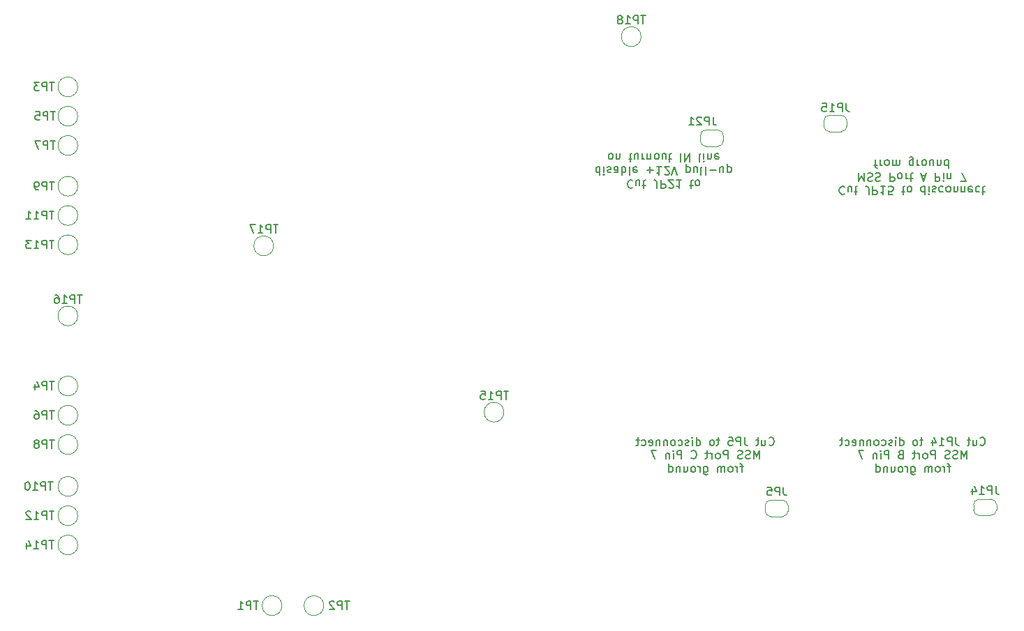
<source format=gbo>
G04 #@! TF.GenerationSoftware,KiCad,Pcbnew,6.0.10-86aedd382b~118~ubuntu18.04.1*
G04 #@! TF.CreationDate,2024-09-27T11:47:30-06:00*
G04 #@! TF.ProjectId,mss-siding,6d73732d-7369-4646-996e-672e6b696361,rev?*
G04 #@! TF.SameCoordinates,Original*
G04 #@! TF.FileFunction,Legend,Bot*
G04 #@! TF.FilePolarity,Positive*
%FSLAX46Y46*%
G04 Gerber Fmt 4.6, Leading zero omitted, Abs format (unit mm)*
G04 Created by KiCad (PCBNEW 6.0.10-86aedd382b~118~ubuntu18.04.1) date 2024-09-27 11:47:30*
%MOMM*%
%LPD*%
G01*
G04 APERTURE LIST*
%ADD10C,0.150000*%
%ADD11C,0.120000*%
G04 APERTURE END LIST*
D10*
X116021476Y-169308142D02*
X116069095Y-169355761D01*
X116211952Y-169403380D01*
X116307190Y-169403380D01*
X116450047Y-169355761D01*
X116545285Y-169260523D01*
X116592904Y-169165285D01*
X116640523Y-168974809D01*
X116640523Y-168831952D01*
X116592904Y-168641476D01*
X116545285Y-168546238D01*
X116450047Y-168451000D01*
X116307190Y-168403380D01*
X116211952Y-168403380D01*
X116069095Y-168451000D01*
X116021476Y-168498619D01*
X115164333Y-168736714D02*
X115164333Y-169403380D01*
X115592904Y-168736714D02*
X115592904Y-169260523D01*
X115545285Y-169355761D01*
X115450047Y-169403380D01*
X115307190Y-169403380D01*
X115211952Y-169355761D01*
X115164333Y-169308142D01*
X114831000Y-168736714D02*
X114450047Y-168736714D01*
X114688142Y-168403380D02*
X114688142Y-169260523D01*
X114640523Y-169355761D01*
X114545285Y-169403380D01*
X114450047Y-169403380D01*
X113069095Y-168403380D02*
X113069095Y-169117666D01*
X113116714Y-169260523D01*
X113211952Y-169355761D01*
X113354809Y-169403380D01*
X113450047Y-169403380D01*
X112592904Y-169403380D02*
X112592904Y-168403380D01*
X112211952Y-168403380D01*
X112116714Y-168451000D01*
X112069095Y-168498619D01*
X112021476Y-168593857D01*
X112021476Y-168736714D01*
X112069095Y-168831952D01*
X112116714Y-168879571D01*
X112211952Y-168927190D01*
X112592904Y-168927190D01*
X111116714Y-168403380D02*
X111592904Y-168403380D01*
X111640523Y-168879571D01*
X111592904Y-168831952D01*
X111497666Y-168784333D01*
X111259571Y-168784333D01*
X111164333Y-168831952D01*
X111116714Y-168879571D01*
X111069095Y-168974809D01*
X111069095Y-169212904D01*
X111116714Y-169308142D01*
X111164333Y-169355761D01*
X111259571Y-169403380D01*
X111497666Y-169403380D01*
X111592904Y-169355761D01*
X111640523Y-169308142D01*
X110021476Y-168736714D02*
X109640523Y-168736714D01*
X109878619Y-168403380D02*
X109878619Y-169260523D01*
X109831000Y-169355761D01*
X109735761Y-169403380D01*
X109640523Y-169403380D01*
X109164333Y-169403380D02*
X109259571Y-169355761D01*
X109307190Y-169308142D01*
X109354809Y-169212904D01*
X109354809Y-168927190D01*
X109307190Y-168831952D01*
X109259571Y-168784333D01*
X109164333Y-168736714D01*
X109021476Y-168736714D01*
X108926238Y-168784333D01*
X108878619Y-168831952D01*
X108831000Y-168927190D01*
X108831000Y-169212904D01*
X108878619Y-169308142D01*
X108926238Y-169355761D01*
X109021476Y-169403380D01*
X109164333Y-169403380D01*
X107211952Y-169403380D02*
X107211952Y-168403380D01*
X107211952Y-169355761D02*
X107307190Y-169403380D01*
X107497666Y-169403380D01*
X107592904Y-169355761D01*
X107640523Y-169308142D01*
X107688142Y-169212904D01*
X107688142Y-168927190D01*
X107640523Y-168831952D01*
X107592904Y-168784333D01*
X107497666Y-168736714D01*
X107307190Y-168736714D01*
X107211952Y-168784333D01*
X106735761Y-169403380D02*
X106735761Y-168736714D01*
X106735761Y-168403380D02*
X106783380Y-168451000D01*
X106735761Y-168498619D01*
X106688142Y-168451000D01*
X106735761Y-168403380D01*
X106735761Y-168498619D01*
X106307190Y-169355761D02*
X106211952Y-169403380D01*
X106021476Y-169403380D01*
X105926238Y-169355761D01*
X105878619Y-169260523D01*
X105878619Y-169212904D01*
X105926238Y-169117666D01*
X106021476Y-169070047D01*
X106164333Y-169070047D01*
X106259571Y-169022428D01*
X106307190Y-168927190D01*
X106307190Y-168879571D01*
X106259571Y-168784333D01*
X106164333Y-168736714D01*
X106021476Y-168736714D01*
X105926238Y-168784333D01*
X105021476Y-169355761D02*
X105116714Y-169403380D01*
X105307190Y-169403380D01*
X105402428Y-169355761D01*
X105450047Y-169308142D01*
X105497666Y-169212904D01*
X105497666Y-168927190D01*
X105450047Y-168831952D01*
X105402428Y-168784333D01*
X105307190Y-168736714D01*
X105116714Y-168736714D01*
X105021476Y-168784333D01*
X104450047Y-169403380D02*
X104545285Y-169355761D01*
X104592904Y-169308142D01*
X104640523Y-169212904D01*
X104640523Y-168927190D01*
X104592904Y-168831952D01*
X104545285Y-168784333D01*
X104450047Y-168736714D01*
X104307190Y-168736714D01*
X104211952Y-168784333D01*
X104164333Y-168831952D01*
X104116714Y-168927190D01*
X104116714Y-169212904D01*
X104164333Y-169308142D01*
X104211952Y-169355761D01*
X104307190Y-169403380D01*
X104450047Y-169403380D01*
X103688142Y-168736714D02*
X103688142Y-169403380D01*
X103688142Y-168831952D02*
X103640523Y-168784333D01*
X103545285Y-168736714D01*
X103402428Y-168736714D01*
X103307190Y-168784333D01*
X103259571Y-168879571D01*
X103259571Y-169403380D01*
X102783380Y-168736714D02*
X102783380Y-169403380D01*
X102783380Y-168831952D02*
X102735761Y-168784333D01*
X102640523Y-168736714D01*
X102497666Y-168736714D01*
X102402428Y-168784333D01*
X102354809Y-168879571D01*
X102354809Y-169403380D01*
X101497666Y-169355761D02*
X101592904Y-169403380D01*
X101783380Y-169403380D01*
X101878619Y-169355761D01*
X101926238Y-169260523D01*
X101926238Y-168879571D01*
X101878619Y-168784333D01*
X101783380Y-168736714D01*
X101592904Y-168736714D01*
X101497666Y-168784333D01*
X101450047Y-168879571D01*
X101450047Y-168974809D01*
X101926238Y-169070047D01*
X100592904Y-169355761D02*
X100688142Y-169403380D01*
X100878619Y-169403380D01*
X100973857Y-169355761D01*
X101021476Y-169308142D01*
X101069095Y-169212904D01*
X101069095Y-168927190D01*
X101021476Y-168831952D01*
X100973857Y-168784333D01*
X100878619Y-168736714D01*
X100688142Y-168736714D01*
X100592904Y-168784333D01*
X100307190Y-168736714D02*
X99926238Y-168736714D01*
X100164333Y-168403380D02*
X100164333Y-169260523D01*
X100116714Y-169355761D01*
X100021476Y-169403380D01*
X99926238Y-169403380D01*
X114854809Y-171013380D02*
X114854809Y-170013380D01*
X114521476Y-170727666D01*
X114188142Y-170013380D01*
X114188142Y-171013380D01*
X113759571Y-170965761D02*
X113616714Y-171013380D01*
X113378619Y-171013380D01*
X113283380Y-170965761D01*
X113235761Y-170918142D01*
X113188142Y-170822904D01*
X113188142Y-170727666D01*
X113235761Y-170632428D01*
X113283380Y-170584809D01*
X113378619Y-170537190D01*
X113569095Y-170489571D01*
X113664333Y-170441952D01*
X113711952Y-170394333D01*
X113759571Y-170299095D01*
X113759571Y-170203857D01*
X113711952Y-170108619D01*
X113664333Y-170061000D01*
X113569095Y-170013380D01*
X113331000Y-170013380D01*
X113188142Y-170061000D01*
X112807190Y-170965761D02*
X112664333Y-171013380D01*
X112426238Y-171013380D01*
X112331000Y-170965761D01*
X112283380Y-170918142D01*
X112235761Y-170822904D01*
X112235761Y-170727666D01*
X112283380Y-170632428D01*
X112331000Y-170584809D01*
X112426238Y-170537190D01*
X112616714Y-170489571D01*
X112711952Y-170441952D01*
X112759571Y-170394333D01*
X112807190Y-170299095D01*
X112807190Y-170203857D01*
X112759571Y-170108619D01*
X112711952Y-170061000D01*
X112616714Y-170013380D01*
X112378619Y-170013380D01*
X112235761Y-170061000D01*
X111045285Y-171013380D02*
X111045285Y-170013380D01*
X110664333Y-170013380D01*
X110569095Y-170061000D01*
X110521476Y-170108619D01*
X110473857Y-170203857D01*
X110473857Y-170346714D01*
X110521476Y-170441952D01*
X110569095Y-170489571D01*
X110664333Y-170537190D01*
X111045285Y-170537190D01*
X109902428Y-171013380D02*
X109997666Y-170965761D01*
X110045285Y-170918142D01*
X110092904Y-170822904D01*
X110092904Y-170537190D01*
X110045285Y-170441952D01*
X109997666Y-170394333D01*
X109902428Y-170346714D01*
X109759571Y-170346714D01*
X109664333Y-170394333D01*
X109616714Y-170441952D01*
X109569095Y-170537190D01*
X109569095Y-170822904D01*
X109616714Y-170918142D01*
X109664333Y-170965761D01*
X109759571Y-171013380D01*
X109902428Y-171013380D01*
X109140523Y-171013380D02*
X109140523Y-170346714D01*
X109140523Y-170537190D02*
X109092904Y-170441952D01*
X109045285Y-170394333D01*
X108950047Y-170346714D01*
X108854809Y-170346714D01*
X108664333Y-170346714D02*
X108283380Y-170346714D01*
X108521476Y-170013380D02*
X108521476Y-170870523D01*
X108473857Y-170965761D01*
X108378619Y-171013380D01*
X108283380Y-171013380D01*
X106616714Y-170918142D02*
X106664333Y-170965761D01*
X106807190Y-171013380D01*
X106902428Y-171013380D01*
X107045285Y-170965761D01*
X107140523Y-170870523D01*
X107188142Y-170775285D01*
X107235761Y-170584809D01*
X107235761Y-170441952D01*
X107188142Y-170251476D01*
X107140523Y-170156238D01*
X107045285Y-170061000D01*
X106902428Y-170013380D01*
X106807190Y-170013380D01*
X106664333Y-170061000D01*
X106616714Y-170108619D01*
X105426238Y-171013380D02*
X105426238Y-170013380D01*
X105045285Y-170013380D01*
X104950047Y-170061000D01*
X104902428Y-170108619D01*
X104854809Y-170203857D01*
X104854809Y-170346714D01*
X104902428Y-170441952D01*
X104950047Y-170489571D01*
X105045285Y-170537190D01*
X105426238Y-170537190D01*
X104426238Y-171013380D02*
X104426238Y-170346714D01*
X104426238Y-170013380D02*
X104473857Y-170061000D01*
X104426238Y-170108619D01*
X104378619Y-170061000D01*
X104426238Y-170013380D01*
X104426238Y-170108619D01*
X103950047Y-170346714D02*
X103950047Y-171013380D01*
X103950047Y-170441952D02*
X103902428Y-170394333D01*
X103807190Y-170346714D01*
X103664333Y-170346714D01*
X103569095Y-170394333D01*
X103521476Y-170489571D01*
X103521476Y-171013380D01*
X102378619Y-170013380D02*
X101711952Y-170013380D01*
X102140523Y-171013380D01*
X112902428Y-171956714D02*
X112521476Y-171956714D01*
X112759571Y-172623380D02*
X112759571Y-171766238D01*
X112711952Y-171671000D01*
X112616714Y-171623380D01*
X112521476Y-171623380D01*
X112188142Y-172623380D02*
X112188142Y-171956714D01*
X112188142Y-172147190D02*
X112140523Y-172051952D01*
X112092904Y-172004333D01*
X111997666Y-171956714D01*
X111902428Y-171956714D01*
X111426238Y-172623380D02*
X111521476Y-172575761D01*
X111569095Y-172528142D01*
X111616714Y-172432904D01*
X111616714Y-172147190D01*
X111569095Y-172051952D01*
X111521476Y-172004333D01*
X111426238Y-171956714D01*
X111283380Y-171956714D01*
X111188142Y-172004333D01*
X111140523Y-172051952D01*
X111092904Y-172147190D01*
X111092904Y-172432904D01*
X111140523Y-172528142D01*
X111188142Y-172575761D01*
X111283380Y-172623380D01*
X111426238Y-172623380D01*
X110664333Y-172623380D02*
X110664333Y-171956714D01*
X110664333Y-172051952D02*
X110616714Y-172004333D01*
X110521476Y-171956714D01*
X110378619Y-171956714D01*
X110283380Y-172004333D01*
X110235761Y-172099571D01*
X110235761Y-172623380D01*
X110235761Y-172099571D02*
X110188142Y-172004333D01*
X110092904Y-171956714D01*
X109950047Y-171956714D01*
X109854809Y-172004333D01*
X109807190Y-172099571D01*
X109807190Y-172623380D01*
X108140523Y-171956714D02*
X108140523Y-172766238D01*
X108188142Y-172861476D01*
X108235761Y-172909095D01*
X108331000Y-172956714D01*
X108473857Y-172956714D01*
X108569095Y-172909095D01*
X108140523Y-172575761D02*
X108235761Y-172623380D01*
X108426238Y-172623380D01*
X108521476Y-172575761D01*
X108569095Y-172528142D01*
X108616714Y-172432904D01*
X108616714Y-172147190D01*
X108569095Y-172051952D01*
X108521476Y-172004333D01*
X108426238Y-171956714D01*
X108235761Y-171956714D01*
X108140523Y-172004333D01*
X107664333Y-172623380D02*
X107664333Y-171956714D01*
X107664333Y-172147190D02*
X107616714Y-172051952D01*
X107569095Y-172004333D01*
X107473857Y-171956714D01*
X107378619Y-171956714D01*
X106902428Y-172623380D02*
X106997666Y-172575761D01*
X107045285Y-172528142D01*
X107092904Y-172432904D01*
X107092904Y-172147190D01*
X107045285Y-172051952D01*
X106997666Y-172004333D01*
X106902428Y-171956714D01*
X106759571Y-171956714D01*
X106664333Y-172004333D01*
X106616714Y-172051952D01*
X106569095Y-172147190D01*
X106569095Y-172432904D01*
X106616714Y-172528142D01*
X106664333Y-172575761D01*
X106759571Y-172623380D01*
X106902428Y-172623380D01*
X105711952Y-171956714D02*
X105711952Y-172623380D01*
X106140523Y-171956714D02*
X106140523Y-172480523D01*
X106092904Y-172575761D01*
X105997666Y-172623380D01*
X105854809Y-172623380D01*
X105759571Y-172575761D01*
X105711952Y-172528142D01*
X105235761Y-171956714D02*
X105235761Y-172623380D01*
X105235761Y-172051952D02*
X105188142Y-172004333D01*
X105092904Y-171956714D01*
X104950047Y-171956714D01*
X104854809Y-172004333D01*
X104807190Y-172099571D01*
X104807190Y-172623380D01*
X103902428Y-172623380D02*
X103902428Y-171623380D01*
X103902428Y-172575761D02*
X103997666Y-172623380D01*
X104188142Y-172623380D01*
X104283380Y-172575761D01*
X104331000Y-172528142D01*
X104378619Y-172432904D01*
X104378619Y-172147190D01*
X104331000Y-172051952D01*
X104283380Y-172004333D01*
X104188142Y-171956714D01*
X103997666Y-171956714D01*
X103902428Y-172004333D01*
X99489095Y-137269857D02*
X99441476Y-137222238D01*
X99298619Y-137174619D01*
X99203380Y-137174619D01*
X99060523Y-137222238D01*
X98965285Y-137317476D01*
X98917666Y-137412714D01*
X98870047Y-137603190D01*
X98870047Y-137746047D01*
X98917666Y-137936523D01*
X98965285Y-138031761D01*
X99060523Y-138127000D01*
X99203380Y-138174619D01*
X99298619Y-138174619D01*
X99441476Y-138127000D01*
X99489095Y-138079380D01*
X100346238Y-137841285D02*
X100346238Y-137174619D01*
X99917666Y-137841285D02*
X99917666Y-137317476D01*
X99965285Y-137222238D01*
X100060523Y-137174619D01*
X100203380Y-137174619D01*
X100298619Y-137222238D01*
X100346238Y-137269857D01*
X100679571Y-137841285D02*
X101060523Y-137841285D01*
X100822428Y-138174619D02*
X100822428Y-137317476D01*
X100870047Y-137222238D01*
X100965285Y-137174619D01*
X101060523Y-137174619D01*
X102441476Y-138174619D02*
X102441476Y-137460333D01*
X102393857Y-137317476D01*
X102298619Y-137222238D01*
X102155761Y-137174619D01*
X102060523Y-137174619D01*
X102917666Y-137174619D02*
X102917666Y-138174619D01*
X103298619Y-138174619D01*
X103393857Y-138127000D01*
X103441476Y-138079380D01*
X103489095Y-137984142D01*
X103489095Y-137841285D01*
X103441476Y-137746047D01*
X103393857Y-137698428D01*
X103298619Y-137650809D01*
X102917666Y-137650809D01*
X103870047Y-138079380D02*
X103917666Y-138127000D01*
X104012904Y-138174619D01*
X104251000Y-138174619D01*
X104346238Y-138127000D01*
X104393857Y-138079380D01*
X104441476Y-137984142D01*
X104441476Y-137888904D01*
X104393857Y-137746047D01*
X103822428Y-137174619D01*
X104441476Y-137174619D01*
X105393857Y-137174619D02*
X104822428Y-137174619D01*
X105108142Y-137174619D02*
X105108142Y-138174619D01*
X105012904Y-138031761D01*
X104917666Y-137936523D01*
X104822428Y-137888904D01*
X106441476Y-137841285D02*
X106822428Y-137841285D01*
X106584333Y-138174619D02*
X106584333Y-137317476D01*
X106631952Y-137222238D01*
X106727190Y-137174619D01*
X106822428Y-137174619D01*
X107298619Y-137174619D02*
X107203380Y-137222238D01*
X107155761Y-137269857D01*
X107108142Y-137365095D01*
X107108142Y-137650809D01*
X107155761Y-137746047D01*
X107203380Y-137793666D01*
X107298619Y-137841285D01*
X107441476Y-137841285D01*
X107536714Y-137793666D01*
X107584333Y-137746047D01*
X107631952Y-137650809D01*
X107631952Y-137365095D01*
X107584333Y-137269857D01*
X107536714Y-137222238D01*
X107441476Y-137174619D01*
X107298619Y-137174619D01*
X95512904Y-135564619D02*
X95512904Y-136564619D01*
X95512904Y-135612238D02*
X95417666Y-135564619D01*
X95227190Y-135564619D01*
X95131952Y-135612238D01*
X95084333Y-135659857D01*
X95036714Y-135755095D01*
X95036714Y-136040809D01*
X95084333Y-136136047D01*
X95131952Y-136183666D01*
X95227190Y-136231285D01*
X95417666Y-136231285D01*
X95512904Y-136183666D01*
X95989095Y-135564619D02*
X95989095Y-136231285D01*
X95989095Y-136564619D02*
X95941476Y-136517000D01*
X95989095Y-136469380D01*
X96036714Y-136517000D01*
X95989095Y-136564619D01*
X95989095Y-136469380D01*
X96417666Y-135612238D02*
X96512904Y-135564619D01*
X96703380Y-135564619D01*
X96798619Y-135612238D01*
X96846238Y-135707476D01*
X96846238Y-135755095D01*
X96798619Y-135850333D01*
X96703380Y-135897952D01*
X96560523Y-135897952D01*
X96465285Y-135945571D01*
X96417666Y-136040809D01*
X96417666Y-136088428D01*
X96465285Y-136183666D01*
X96560523Y-136231285D01*
X96703380Y-136231285D01*
X96798619Y-136183666D01*
X97703380Y-135564619D02*
X97703380Y-136088428D01*
X97655761Y-136183666D01*
X97560523Y-136231285D01*
X97370047Y-136231285D01*
X97274809Y-136183666D01*
X97703380Y-135612238D02*
X97608142Y-135564619D01*
X97370047Y-135564619D01*
X97274809Y-135612238D01*
X97227190Y-135707476D01*
X97227190Y-135802714D01*
X97274809Y-135897952D01*
X97370047Y-135945571D01*
X97608142Y-135945571D01*
X97703380Y-135993190D01*
X98179571Y-135564619D02*
X98179571Y-136564619D01*
X98179571Y-136183666D02*
X98274809Y-136231285D01*
X98465285Y-136231285D01*
X98560523Y-136183666D01*
X98608142Y-136136047D01*
X98655761Y-136040809D01*
X98655761Y-135755095D01*
X98608142Y-135659857D01*
X98560523Y-135612238D01*
X98465285Y-135564619D01*
X98274809Y-135564619D01*
X98179571Y-135612238D01*
X99227190Y-135564619D02*
X99131952Y-135612238D01*
X99084333Y-135707476D01*
X99084333Y-136564619D01*
X99989095Y-135612238D02*
X99893857Y-135564619D01*
X99703380Y-135564619D01*
X99608142Y-135612238D01*
X99560523Y-135707476D01*
X99560523Y-136088428D01*
X99608142Y-136183666D01*
X99703380Y-136231285D01*
X99893857Y-136231285D01*
X99989095Y-136183666D01*
X100036714Y-136088428D01*
X100036714Y-135993190D01*
X99560523Y-135897952D01*
X101227190Y-135945571D02*
X101989095Y-135945571D01*
X101608142Y-135564619D02*
X101608142Y-136326523D01*
X102989095Y-135564619D02*
X102417666Y-135564619D01*
X102703380Y-135564619D02*
X102703380Y-136564619D01*
X102608142Y-136421761D01*
X102512904Y-136326523D01*
X102417666Y-136278904D01*
X103370047Y-136469380D02*
X103417666Y-136517000D01*
X103512904Y-136564619D01*
X103751000Y-136564619D01*
X103846238Y-136517000D01*
X103893857Y-136469380D01*
X103941476Y-136374142D01*
X103941476Y-136278904D01*
X103893857Y-136136047D01*
X103322428Y-135564619D01*
X103941476Y-135564619D01*
X104227190Y-136564619D02*
X104560523Y-135564619D01*
X104893857Y-136564619D01*
X105989095Y-136231285D02*
X105989095Y-135231285D01*
X105989095Y-136183666D02*
X106084333Y-136231285D01*
X106274809Y-136231285D01*
X106370047Y-136183666D01*
X106417666Y-136136047D01*
X106465285Y-136040809D01*
X106465285Y-135755095D01*
X106417666Y-135659857D01*
X106370047Y-135612238D01*
X106274809Y-135564619D01*
X106084333Y-135564619D01*
X105989095Y-135612238D01*
X107322428Y-136231285D02*
X107322428Y-135564619D01*
X106893857Y-136231285D02*
X106893857Y-135707476D01*
X106941476Y-135612238D01*
X107036714Y-135564619D01*
X107179571Y-135564619D01*
X107274809Y-135612238D01*
X107322428Y-135659857D01*
X107941476Y-135564619D02*
X107846238Y-135612238D01*
X107798619Y-135707476D01*
X107798619Y-136564619D01*
X108465285Y-135564619D02*
X108370047Y-135612238D01*
X108322428Y-135707476D01*
X108322428Y-136564619D01*
X108846238Y-135945571D02*
X109608142Y-135945571D01*
X110512904Y-136231285D02*
X110512904Y-135564619D01*
X110084333Y-136231285D02*
X110084333Y-135707476D01*
X110131952Y-135612238D01*
X110227190Y-135564619D01*
X110370047Y-135564619D01*
X110465285Y-135612238D01*
X110512904Y-135659857D01*
X110989095Y-136231285D02*
X110989095Y-135231285D01*
X110989095Y-136183666D02*
X111084333Y-136231285D01*
X111274809Y-136231285D01*
X111370047Y-136183666D01*
X111417666Y-136136047D01*
X111465285Y-136040809D01*
X111465285Y-135755095D01*
X111417666Y-135659857D01*
X111370047Y-135612238D01*
X111274809Y-135564619D01*
X111084333Y-135564619D01*
X110989095Y-135612238D01*
X96751000Y-133954619D02*
X96655761Y-134002238D01*
X96608142Y-134049857D01*
X96560523Y-134145095D01*
X96560523Y-134430809D01*
X96608142Y-134526047D01*
X96655761Y-134573666D01*
X96751000Y-134621285D01*
X96893857Y-134621285D01*
X96989095Y-134573666D01*
X97036714Y-134526047D01*
X97084333Y-134430809D01*
X97084333Y-134145095D01*
X97036714Y-134049857D01*
X96989095Y-134002238D01*
X96893857Y-133954619D01*
X96751000Y-133954619D01*
X97512904Y-134621285D02*
X97512904Y-133954619D01*
X97512904Y-134526047D02*
X97560523Y-134573666D01*
X97655761Y-134621285D01*
X97798619Y-134621285D01*
X97893857Y-134573666D01*
X97941476Y-134478428D01*
X97941476Y-133954619D01*
X99036714Y-134621285D02*
X99417666Y-134621285D01*
X99179571Y-134954619D02*
X99179571Y-134097476D01*
X99227190Y-134002238D01*
X99322428Y-133954619D01*
X99417666Y-133954619D01*
X100179571Y-134621285D02*
X100179571Y-133954619D01*
X99751000Y-134621285D02*
X99751000Y-134097476D01*
X99798619Y-134002238D01*
X99893857Y-133954619D01*
X100036714Y-133954619D01*
X100131952Y-134002238D01*
X100179571Y-134049857D01*
X100655761Y-133954619D02*
X100655761Y-134621285D01*
X100655761Y-134430809D02*
X100703380Y-134526047D01*
X100751000Y-134573666D01*
X100846238Y-134621285D01*
X100941476Y-134621285D01*
X101274809Y-134621285D02*
X101274809Y-133954619D01*
X101274809Y-134526047D02*
X101322428Y-134573666D01*
X101417666Y-134621285D01*
X101560523Y-134621285D01*
X101655761Y-134573666D01*
X101703380Y-134478428D01*
X101703380Y-133954619D01*
X102322428Y-133954619D02*
X102227190Y-134002238D01*
X102179571Y-134049857D01*
X102131952Y-134145095D01*
X102131952Y-134430809D01*
X102179571Y-134526047D01*
X102227190Y-134573666D01*
X102322428Y-134621285D01*
X102465285Y-134621285D01*
X102560523Y-134573666D01*
X102608142Y-134526047D01*
X102655761Y-134430809D01*
X102655761Y-134145095D01*
X102608142Y-134049857D01*
X102560523Y-134002238D01*
X102465285Y-133954619D01*
X102322428Y-133954619D01*
X103512904Y-134621285D02*
X103512904Y-133954619D01*
X103084333Y-134621285D02*
X103084333Y-134097476D01*
X103131952Y-134002238D01*
X103227190Y-133954619D01*
X103370047Y-133954619D01*
X103465285Y-134002238D01*
X103512904Y-134049857D01*
X103846238Y-134621285D02*
X104227190Y-134621285D01*
X103989095Y-134954619D02*
X103989095Y-134097476D01*
X104036714Y-134002238D01*
X104131952Y-133954619D01*
X104227190Y-133954619D01*
X105322428Y-133954619D02*
X105322428Y-134954619D01*
X105798619Y-133954619D02*
X105798619Y-134954619D01*
X106370047Y-133954619D01*
X106370047Y-134954619D01*
X107751000Y-133954619D02*
X107655761Y-134002238D01*
X107608142Y-134097476D01*
X107608142Y-134954619D01*
X108131952Y-133954619D02*
X108131952Y-134621285D01*
X108131952Y-134954619D02*
X108084333Y-134907000D01*
X108131952Y-134859380D01*
X108179571Y-134907000D01*
X108131952Y-134954619D01*
X108131952Y-134859380D01*
X108608142Y-134621285D02*
X108608142Y-133954619D01*
X108608142Y-134526047D02*
X108655761Y-134573666D01*
X108751000Y-134621285D01*
X108893857Y-134621285D01*
X108989095Y-134573666D01*
X109036714Y-134478428D01*
X109036714Y-133954619D01*
X109893857Y-134002238D02*
X109798619Y-133954619D01*
X109608142Y-133954619D01*
X109512904Y-134002238D01*
X109465285Y-134097476D01*
X109465285Y-134478428D01*
X109512904Y-134573666D01*
X109608142Y-134621285D01*
X109798619Y-134621285D01*
X109893857Y-134573666D01*
X109941476Y-134478428D01*
X109941476Y-134383190D01*
X109465285Y-134287952D01*
X125183333Y-138031857D02*
X125135714Y-137984238D01*
X124992857Y-137936619D01*
X124897619Y-137936619D01*
X124754761Y-137984238D01*
X124659523Y-138079476D01*
X124611904Y-138174714D01*
X124564285Y-138365190D01*
X124564285Y-138508047D01*
X124611904Y-138698523D01*
X124659523Y-138793761D01*
X124754761Y-138889000D01*
X124897619Y-138936619D01*
X124992857Y-138936619D01*
X125135714Y-138889000D01*
X125183333Y-138841380D01*
X126040476Y-138603285D02*
X126040476Y-137936619D01*
X125611904Y-138603285D02*
X125611904Y-138079476D01*
X125659523Y-137984238D01*
X125754761Y-137936619D01*
X125897619Y-137936619D01*
X125992857Y-137984238D01*
X126040476Y-138031857D01*
X126373809Y-138603285D02*
X126754761Y-138603285D01*
X126516666Y-138936619D02*
X126516666Y-138079476D01*
X126564285Y-137984238D01*
X126659523Y-137936619D01*
X126754761Y-137936619D01*
X128135714Y-138936619D02*
X128135714Y-138222333D01*
X128088095Y-138079476D01*
X127992857Y-137984238D01*
X127850000Y-137936619D01*
X127754761Y-137936619D01*
X128611904Y-137936619D02*
X128611904Y-138936619D01*
X128992857Y-138936619D01*
X129088095Y-138889000D01*
X129135714Y-138841380D01*
X129183333Y-138746142D01*
X129183333Y-138603285D01*
X129135714Y-138508047D01*
X129088095Y-138460428D01*
X128992857Y-138412809D01*
X128611904Y-138412809D01*
X130135714Y-137936619D02*
X129564285Y-137936619D01*
X129850000Y-137936619D02*
X129850000Y-138936619D01*
X129754761Y-138793761D01*
X129659523Y-138698523D01*
X129564285Y-138650904D01*
X131040476Y-138936619D02*
X130564285Y-138936619D01*
X130516666Y-138460428D01*
X130564285Y-138508047D01*
X130659523Y-138555666D01*
X130897619Y-138555666D01*
X130992857Y-138508047D01*
X131040476Y-138460428D01*
X131088095Y-138365190D01*
X131088095Y-138127095D01*
X131040476Y-138031857D01*
X130992857Y-137984238D01*
X130897619Y-137936619D01*
X130659523Y-137936619D01*
X130564285Y-137984238D01*
X130516666Y-138031857D01*
X132135714Y-138603285D02*
X132516666Y-138603285D01*
X132278571Y-138936619D02*
X132278571Y-138079476D01*
X132326190Y-137984238D01*
X132421428Y-137936619D01*
X132516666Y-137936619D01*
X132992857Y-137936619D02*
X132897619Y-137984238D01*
X132850000Y-138031857D01*
X132802380Y-138127095D01*
X132802380Y-138412809D01*
X132850000Y-138508047D01*
X132897619Y-138555666D01*
X132992857Y-138603285D01*
X133135714Y-138603285D01*
X133230952Y-138555666D01*
X133278571Y-138508047D01*
X133326190Y-138412809D01*
X133326190Y-138127095D01*
X133278571Y-138031857D01*
X133230952Y-137984238D01*
X133135714Y-137936619D01*
X132992857Y-137936619D01*
X134945238Y-137936619D02*
X134945238Y-138936619D01*
X134945238Y-137984238D02*
X134850000Y-137936619D01*
X134659523Y-137936619D01*
X134564285Y-137984238D01*
X134516666Y-138031857D01*
X134469047Y-138127095D01*
X134469047Y-138412809D01*
X134516666Y-138508047D01*
X134564285Y-138555666D01*
X134659523Y-138603285D01*
X134850000Y-138603285D01*
X134945238Y-138555666D01*
X135421428Y-137936619D02*
X135421428Y-138603285D01*
X135421428Y-138936619D02*
X135373809Y-138889000D01*
X135421428Y-138841380D01*
X135469047Y-138889000D01*
X135421428Y-138936619D01*
X135421428Y-138841380D01*
X135850000Y-137984238D02*
X135945238Y-137936619D01*
X136135714Y-137936619D01*
X136230952Y-137984238D01*
X136278571Y-138079476D01*
X136278571Y-138127095D01*
X136230952Y-138222333D01*
X136135714Y-138269952D01*
X135992857Y-138269952D01*
X135897619Y-138317571D01*
X135850000Y-138412809D01*
X135850000Y-138460428D01*
X135897619Y-138555666D01*
X135992857Y-138603285D01*
X136135714Y-138603285D01*
X136230952Y-138555666D01*
X137135714Y-137984238D02*
X137040476Y-137936619D01*
X136850000Y-137936619D01*
X136754761Y-137984238D01*
X136707142Y-138031857D01*
X136659523Y-138127095D01*
X136659523Y-138412809D01*
X136707142Y-138508047D01*
X136754761Y-138555666D01*
X136850000Y-138603285D01*
X137040476Y-138603285D01*
X137135714Y-138555666D01*
X137707142Y-137936619D02*
X137611904Y-137984238D01*
X137564285Y-138031857D01*
X137516666Y-138127095D01*
X137516666Y-138412809D01*
X137564285Y-138508047D01*
X137611904Y-138555666D01*
X137707142Y-138603285D01*
X137850000Y-138603285D01*
X137945238Y-138555666D01*
X137992857Y-138508047D01*
X138040476Y-138412809D01*
X138040476Y-138127095D01*
X137992857Y-138031857D01*
X137945238Y-137984238D01*
X137850000Y-137936619D01*
X137707142Y-137936619D01*
X138469047Y-138603285D02*
X138469047Y-137936619D01*
X138469047Y-138508047D02*
X138516666Y-138555666D01*
X138611904Y-138603285D01*
X138754761Y-138603285D01*
X138850000Y-138555666D01*
X138897619Y-138460428D01*
X138897619Y-137936619D01*
X139373809Y-138603285D02*
X139373809Y-137936619D01*
X139373809Y-138508047D02*
X139421428Y-138555666D01*
X139516666Y-138603285D01*
X139659523Y-138603285D01*
X139754761Y-138555666D01*
X139802380Y-138460428D01*
X139802380Y-137936619D01*
X140659523Y-137984238D02*
X140564285Y-137936619D01*
X140373809Y-137936619D01*
X140278571Y-137984238D01*
X140230952Y-138079476D01*
X140230952Y-138460428D01*
X140278571Y-138555666D01*
X140373809Y-138603285D01*
X140564285Y-138603285D01*
X140659523Y-138555666D01*
X140707142Y-138460428D01*
X140707142Y-138365190D01*
X140230952Y-138269952D01*
X141564285Y-137984238D02*
X141469047Y-137936619D01*
X141278571Y-137936619D01*
X141183333Y-137984238D01*
X141135714Y-138031857D01*
X141088095Y-138127095D01*
X141088095Y-138412809D01*
X141135714Y-138508047D01*
X141183333Y-138555666D01*
X141278571Y-138603285D01*
X141469047Y-138603285D01*
X141564285Y-138555666D01*
X141850000Y-138603285D02*
X142230952Y-138603285D01*
X141992857Y-138936619D02*
X141992857Y-138079476D01*
X142040476Y-137984238D01*
X142135714Y-137936619D01*
X142230952Y-137936619D01*
X126897619Y-136326619D02*
X126897619Y-137326619D01*
X127230952Y-136612333D01*
X127564285Y-137326619D01*
X127564285Y-136326619D01*
X127992857Y-136374238D02*
X128135714Y-136326619D01*
X128373809Y-136326619D01*
X128469047Y-136374238D01*
X128516666Y-136421857D01*
X128564285Y-136517095D01*
X128564285Y-136612333D01*
X128516666Y-136707571D01*
X128469047Y-136755190D01*
X128373809Y-136802809D01*
X128183333Y-136850428D01*
X128088095Y-136898047D01*
X128040476Y-136945666D01*
X127992857Y-137040904D01*
X127992857Y-137136142D01*
X128040476Y-137231380D01*
X128088095Y-137279000D01*
X128183333Y-137326619D01*
X128421428Y-137326619D01*
X128564285Y-137279000D01*
X128945238Y-136374238D02*
X129088095Y-136326619D01*
X129326190Y-136326619D01*
X129421428Y-136374238D01*
X129469047Y-136421857D01*
X129516666Y-136517095D01*
X129516666Y-136612333D01*
X129469047Y-136707571D01*
X129421428Y-136755190D01*
X129326190Y-136802809D01*
X129135714Y-136850428D01*
X129040476Y-136898047D01*
X128992857Y-136945666D01*
X128945238Y-137040904D01*
X128945238Y-137136142D01*
X128992857Y-137231380D01*
X129040476Y-137279000D01*
X129135714Y-137326619D01*
X129373809Y-137326619D01*
X129516666Y-137279000D01*
X130707142Y-136326619D02*
X130707142Y-137326619D01*
X131088095Y-137326619D01*
X131183333Y-137279000D01*
X131230952Y-137231380D01*
X131278571Y-137136142D01*
X131278571Y-136993285D01*
X131230952Y-136898047D01*
X131183333Y-136850428D01*
X131088095Y-136802809D01*
X130707142Y-136802809D01*
X131850000Y-136326619D02*
X131754761Y-136374238D01*
X131707142Y-136421857D01*
X131659523Y-136517095D01*
X131659523Y-136802809D01*
X131707142Y-136898047D01*
X131754761Y-136945666D01*
X131850000Y-136993285D01*
X131992857Y-136993285D01*
X132088095Y-136945666D01*
X132135714Y-136898047D01*
X132183333Y-136802809D01*
X132183333Y-136517095D01*
X132135714Y-136421857D01*
X132088095Y-136374238D01*
X131992857Y-136326619D01*
X131850000Y-136326619D01*
X132611904Y-136326619D02*
X132611904Y-136993285D01*
X132611904Y-136802809D02*
X132659523Y-136898047D01*
X132707142Y-136945666D01*
X132802380Y-136993285D01*
X132897619Y-136993285D01*
X133088095Y-136993285D02*
X133469047Y-136993285D01*
X133230952Y-137326619D02*
X133230952Y-136469476D01*
X133278571Y-136374238D01*
X133373809Y-136326619D01*
X133469047Y-136326619D01*
X134516666Y-136612333D02*
X134992857Y-136612333D01*
X134421428Y-136326619D02*
X134754761Y-137326619D01*
X135088095Y-136326619D01*
X136183333Y-136326619D02*
X136183333Y-137326619D01*
X136564285Y-137326619D01*
X136659523Y-137279000D01*
X136707142Y-137231380D01*
X136754761Y-137136142D01*
X136754761Y-136993285D01*
X136707142Y-136898047D01*
X136659523Y-136850428D01*
X136564285Y-136802809D01*
X136183333Y-136802809D01*
X137183333Y-136326619D02*
X137183333Y-136993285D01*
X137183333Y-137326619D02*
X137135714Y-137279000D01*
X137183333Y-137231380D01*
X137230952Y-137279000D01*
X137183333Y-137326619D01*
X137183333Y-137231380D01*
X137659523Y-136993285D02*
X137659523Y-136326619D01*
X137659523Y-136898047D02*
X137707142Y-136945666D01*
X137802380Y-136993285D01*
X137945238Y-136993285D01*
X138040476Y-136945666D01*
X138088095Y-136850428D01*
X138088095Y-136326619D01*
X139230952Y-137326619D02*
X139897619Y-137326619D01*
X139469047Y-136326619D01*
X128778571Y-135383285D02*
X129159523Y-135383285D01*
X128921428Y-134716619D02*
X128921428Y-135573761D01*
X128969047Y-135669000D01*
X129064285Y-135716619D01*
X129159523Y-135716619D01*
X129492857Y-134716619D02*
X129492857Y-135383285D01*
X129492857Y-135192809D02*
X129540476Y-135288047D01*
X129588095Y-135335666D01*
X129683333Y-135383285D01*
X129778571Y-135383285D01*
X130254761Y-134716619D02*
X130159523Y-134764238D01*
X130111904Y-134811857D01*
X130064285Y-134907095D01*
X130064285Y-135192809D01*
X130111904Y-135288047D01*
X130159523Y-135335666D01*
X130254761Y-135383285D01*
X130397619Y-135383285D01*
X130492857Y-135335666D01*
X130540476Y-135288047D01*
X130588095Y-135192809D01*
X130588095Y-134907095D01*
X130540476Y-134811857D01*
X130492857Y-134764238D01*
X130397619Y-134716619D01*
X130254761Y-134716619D01*
X131016666Y-134716619D02*
X131016666Y-135383285D01*
X131016666Y-135288047D02*
X131064285Y-135335666D01*
X131159523Y-135383285D01*
X131302380Y-135383285D01*
X131397619Y-135335666D01*
X131445238Y-135240428D01*
X131445238Y-134716619D01*
X131445238Y-135240428D02*
X131492857Y-135335666D01*
X131588095Y-135383285D01*
X131730952Y-135383285D01*
X131826190Y-135335666D01*
X131873809Y-135240428D01*
X131873809Y-134716619D01*
X133540476Y-135383285D02*
X133540476Y-134573761D01*
X133492857Y-134478523D01*
X133445238Y-134430904D01*
X133350000Y-134383285D01*
X133207142Y-134383285D01*
X133111904Y-134430904D01*
X133540476Y-134764238D02*
X133445238Y-134716619D01*
X133254761Y-134716619D01*
X133159523Y-134764238D01*
X133111904Y-134811857D01*
X133064285Y-134907095D01*
X133064285Y-135192809D01*
X133111904Y-135288047D01*
X133159523Y-135335666D01*
X133254761Y-135383285D01*
X133445238Y-135383285D01*
X133540476Y-135335666D01*
X134016666Y-134716619D02*
X134016666Y-135383285D01*
X134016666Y-135192809D02*
X134064285Y-135288047D01*
X134111904Y-135335666D01*
X134207142Y-135383285D01*
X134302380Y-135383285D01*
X134778571Y-134716619D02*
X134683333Y-134764238D01*
X134635714Y-134811857D01*
X134588095Y-134907095D01*
X134588095Y-135192809D01*
X134635714Y-135288047D01*
X134683333Y-135335666D01*
X134778571Y-135383285D01*
X134921428Y-135383285D01*
X135016666Y-135335666D01*
X135064285Y-135288047D01*
X135111904Y-135192809D01*
X135111904Y-134907095D01*
X135064285Y-134811857D01*
X135016666Y-134764238D01*
X134921428Y-134716619D01*
X134778571Y-134716619D01*
X135969047Y-135383285D02*
X135969047Y-134716619D01*
X135540476Y-135383285D02*
X135540476Y-134859476D01*
X135588095Y-134764238D01*
X135683333Y-134716619D01*
X135826190Y-134716619D01*
X135921428Y-134764238D01*
X135969047Y-134811857D01*
X136445238Y-135383285D02*
X136445238Y-134716619D01*
X136445238Y-135288047D02*
X136492857Y-135335666D01*
X136588095Y-135383285D01*
X136730952Y-135383285D01*
X136826190Y-135335666D01*
X136873809Y-135240428D01*
X136873809Y-134716619D01*
X137778571Y-134716619D02*
X137778571Y-135716619D01*
X137778571Y-134764238D02*
X137683333Y-134716619D01*
X137492857Y-134716619D01*
X137397619Y-134764238D01*
X137350000Y-134811857D01*
X137302380Y-134907095D01*
X137302380Y-135192809D01*
X137350000Y-135288047D01*
X137397619Y-135335666D01*
X137492857Y-135383285D01*
X137683333Y-135383285D01*
X137778571Y-135335666D01*
X141643666Y-169308142D02*
X141691285Y-169355761D01*
X141834142Y-169403380D01*
X141929380Y-169403380D01*
X142072238Y-169355761D01*
X142167476Y-169260523D01*
X142215095Y-169165285D01*
X142262714Y-168974809D01*
X142262714Y-168831952D01*
X142215095Y-168641476D01*
X142167476Y-168546238D01*
X142072238Y-168451000D01*
X141929380Y-168403380D01*
X141834142Y-168403380D01*
X141691285Y-168451000D01*
X141643666Y-168498619D01*
X140786523Y-168736714D02*
X140786523Y-169403380D01*
X141215095Y-168736714D02*
X141215095Y-169260523D01*
X141167476Y-169355761D01*
X141072238Y-169403380D01*
X140929380Y-169403380D01*
X140834142Y-169355761D01*
X140786523Y-169308142D01*
X140453190Y-168736714D02*
X140072238Y-168736714D01*
X140310333Y-168403380D02*
X140310333Y-169260523D01*
X140262714Y-169355761D01*
X140167476Y-169403380D01*
X140072238Y-169403380D01*
X138691285Y-168403380D02*
X138691285Y-169117666D01*
X138738904Y-169260523D01*
X138834142Y-169355761D01*
X138977000Y-169403380D01*
X139072238Y-169403380D01*
X138215095Y-169403380D02*
X138215095Y-168403380D01*
X137834142Y-168403380D01*
X137738904Y-168451000D01*
X137691285Y-168498619D01*
X137643666Y-168593857D01*
X137643666Y-168736714D01*
X137691285Y-168831952D01*
X137738904Y-168879571D01*
X137834142Y-168927190D01*
X138215095Y-168927190D01*
X136691285Y-169403380D02*
X137262714Y-169403380D01*
X136977000Y-169403380D02*
X136977000Y-168403380D01*
X137072238Y-168546238D01*
X137167476Y-168641476D01*
X137262714Y-168689095D01*
X135834142Y-168736714D02*
X135834142Y-169403380D01*
X136072238Y-168355761D02*
X136310333Y-169070047D01*
X135691285Y-169070047D01*
X134691285Y-168736714D02*
X134310333Y-168736714D01*
X134548428Y-168403380D02*
X134548428Y-169260523D01*
X134500809Y-169355761D01*
X134405571Y-169403380D01*
X134310333Y-169403380D01*
X133834142Y-169403380D02*
X133929380Y-169355761D01*
X133977000Y-169308142D01*
X134024619Y-169212904D01*
X134024619Y-168927190D01*
X133977000Y-168831952D01*
X133929380Y-168784333D01*
X133834142Y-168736714D01*
X133691285Y-168736714D01*
X133596047Y-168784333D01*
X133548428Y-168831952D01*
X133500809Y-168927190D01*
X133500809Y-169212904D01*
X133548428Y-169308142D01*
X133596047Y-169355761D01*
X133691285Y-169403380D01*
X133834142Y-169403380D01*
X131881761Y-169403380D02*
X131881761Y-168403380D01*
X131881761Y-169355761D02*
X131977000Y-169403380D01*
X132167476Y-169403380D01*
X132262714Y-169355761D01*
X132310333Y-169308142D01*
X132357952Y-169212904D01*
X132357952Y-168927190D01*
X132310333Y-168831952D01*
X132262714Y-168784333D01*
X132167476Y-168736714D01*
X131977000Y-168736714D01*
X131881761Y-168784333D01*
X131405571Y-169403380D02*
X131405571Y-168736714D01*
X131405571Y-168403380D02*
X131453190Y-168451000D01*
X131405571Y-168498619D01*
X131357952Y-168451000D01*
X131405571Y-168403380D01*
X131405571Y-168498619D01*
X130977000Y-169355761D02*
X130881761Y-169403380D01*
X130691285Y-169403380D01*
X130596047Y-169355761D01*
X130548428Y-169260523D01*
X130548428Y-169212904D01*
X130596047Y-169117666D01*
X130691285Y-169070047D01*
X130834142Y-169070047D01*
X130929380Y-169022428D01*
X130977000Y-168927190D01*
X130977000Y-168879571D01*
X130929380Y-168784333D01*
X130834142Y-168736714D01*
X130691285Y-168736714D01*
X130596047Y-168784333D01*
X129691285Y-169355761D02*
X129786523Y-169403380D01*
X129977000Y-169403380D01*
X130072238Y-169355761D01*
X130119857Y-169308142D01*
X130167476Y-169212904D01*
X130167476Y-168927190D01*
X130119857Y-168831952D01*
X130072238Y-168784333D01*
X129977000Y-168736714D01*
X129786523Y-168736714D01*
X129691285Y-168784333D01*
X129119857Y-169403380D02*
X129215095Y-169355761D01*
X129262714Y-169308142D01*
X129310333Y-169212904D01*
X129310333Y-168927190D01*
X129262714Y-168831952D01*
X129215095Y-168784333D01*
X129119857Y-168736714D01*
X128977000Y-168736714D01*
X128881761Y-168784333D01*
X128834142Y-168831952D01*
X128786523Y-168927190D01*
X128786523Y-169212904D01*
X128834142Y-169308142D01*
X128881761Y-169355761D01*
X128977000Y-169403380D01*
X129119857Y-169403380D01*
X128357952Y-168736714D02*
X128357952Y-169403380D01*
X128357952Y-168831952D02*
X128310333Y-168784333D01*
X128215095Y-168736714D01*
X128072238Y-168736714D01*
X127977000Y-168784333D01*
X127929380Y-168879571D01*
X127929380Y-169403380D01*
X127453190Y-168736714D02*
X127453190Y-169403380D01*
X127453190Y-168831952D02*
X127405571Y-168784333D01*
X127310333Y-168736714D01*
X127167476Y-168736714D01*
X127072238Y-168784333D01*
X127024619Y-168879571D01*
X127024619Y-169403380D01*
X126167476Y-169355761D02*
X126262714Y-169403380D01*
X126453190Y-169403380D01*
X126548428Y-169355761D01*
X126596047Y-169260523D01*
X126596047Y-168879571D01*
X126548428Y-168784333D01*
X126453190Y-168736714D01*
X126262714Y-168736714D01*
X126167476Y-168784333D01*
X126119857Y-168879571D01*
X126119857Y-168974809D01*
X126596047Y-169070047D01*
X125262714Y-169355761D02*
X125357952Y-169403380D01*
X125548428Y-169403380D01*
X125643666Y-169355761D01*
X125691285Y-169308142D01*
X125738904Y-169212904D01*
X125738904Y-168927190D01*
X125691285Y-168831952D01*
X125643666Y-168784333D01*
X125548428Y-168736714D01*
X125357952Y-168736714D01*
X125262714Y-168784333D01*
X124977000Y-168736714D02*
X124596047Y-168736714D01*
X124834142Y-168403380D02*
X124834142Y-169260523D01*
X124786523Y-169355761D01*
X124691285Y-169403380D01*
X124596047Y-169403380D01*
X140000809Y-171013380D02*
X140000809Y-170013380D01*
X139667476Y-170727666D01*
X139334142Y-170013380D01*
X139334142Y-171013380D01*
X138905571Y-170965761D02*
X138762714Y-171013380D01*
X138524619Y-171013380D01*
X138429380Y-170965761D01*
X138381761Y-170918142D01*
X138334142Y-170822904D01*
X138334142Y-170727666D01*
X138381761Y-170632428D01*
X138429380Y-170584809D01*
X138524619Y-170537190D01*
X138715095Y-170489571D01*
X138810333Y-170441952D01*
X138857952Y-170394333D01*
X138905571Y-170299095D01*
X138905571Y-170203857D01*
X138857952Y-170108619D01*
X138810333Y-170061000D01*
X138715095Y-170013380D01*
X138477000Y-170013380D01*
X138334142Y-170061000D01*
X137953190Y-170965761D02*
X137810333Y-171013380D01*
X137572238Y-171013380D01*
X137477000Y-170965761D01*
X137429380Y-170918142D01*
X137381761Y-170822904D01*
X137381761Y-170727666D01*
X137429380Y-170632428D01*
X137477000Y-170584809D01*
X137572238Y-170537190D01*
X137762714Y-170489571D01*
X137857952Y-170441952D01*
X137905571Y-170394333D01*
X137953190Y-170299095D01*
X137953190Y-170203857D01*
X137905571Y-170108619D01*
X137857952Y-170061000D01*
X137762714Y-170013380D01*
X137524619Y-170013380D01*
X137381761Y-170061000D01*
X136191285Y-171013380D02*
X136191285Y-170013380D01*
X135810333Y-170013380D01*
X135715095Y-170061000D01*
X135667476Y-170108619D01*
X135619857Y-170203857D01*
X135619857Y-170346714D01*
X135667476Y-170441952D01*
X135715095Y-170489571D01*
X135810333Y-170537190D01*
X136191285Y-170537190D01*
X135048428Y-171013380D02*
X135143666Y-170965761D01*
X135191285Y-170918142D01*
X135238904Y-170822904D01*
X135238904Y-170537190D01*
X135191285Y-170441952D01*
X135143666Y-170394333D01*
X135048428Y-170346714D01*
X134905571Y-170346714D01*
X134810333Y-170394333D01*
X134762714Y-170441952D01*
X134715095Y-170537190D01*
X134715095Y-170822904D01*
X134762714Y-170918142D01*
X134810333Y-170965761D01*
X134905571Y-171013380D01*
X135048428Y-171013380D01*
X134286523Y-171013380D02*
X134286523Y-170346714D01*
X134286523Y-170537190D02*
X134238904Y-170441952D01*
X134191285Y-170394333D01*
X134096047Y-170346714D01*
X134000809Y-170346714D01*
X133810333Y-170346714D02*
X133429380Y-170346714D01*
X133667476Y-170013380D02*
X133667476Y-170870523D01*
X133619857Y-170965761D01*
X133524619Y-171013380D01*
X133429380Y-171013380D01*
X132000809Y-170489571D02*
X131857952Y-170537190D01*
X131810333Y-170584809D01*
X131762714Y-170680047D01*
X131762714Y-170822904D01*
X131810333Y-170918142D01*
X131857952Y-170965761D01*
X131953190Y-171013380D01*
X132334142Y-171013380D01*
X132334142Y-170013380D01*
X132000809Y-170013380D01*
X131905571Y-170061000D01*
X131857952Y-170108619D01*
X131810333Y-170203857D01*
X131810333Y-170299095D01*
X131857952Y-170394333D01*
X131905571Y-170441952D01*
X132000809Y-170489571D01*
X132334142Y-170489571D01*
X130572238Y-171013380D02*
X130572238Y-170013380D01*
X130191285Y-170013380D01*
X130096047Y-170061000D01*
X130048428Y-170108619D01*
X130000809Y-170203857D01*
X130000809Y-170346714D01*
X130048428Y-170441952D01*
X130096047Y-170489571D01*
X130191285Y-170537190D01*
X130572238Y-170537190D01*
X129572238Y-171013380D02*
X129572238Y-170346714D01*
X129572238Y-170013380D02*
X129619857Y-170061000D01*
X129572238Y-170108619D01*
X129524619Y-170061000D01*
X129572238Y-170013380D01*
X129572238Y-170108619D01*
X129096047Y-170346714D02*
X129096047Y-171013380D01*
X129096047Y-170441952D02*
X129048428Y-170394333D01*
X128953190Y-170346714D01*
X128810333Y-170346714D01*
X128715095Y-170394333D01*
X128667476Y-170489571D01*
X128667476Y-171013380D01*
X127524619Y-170013380D02*
X126857952Y-170013380D01*
X127286523Y-171013380D01*
X138048428Y-171956714D02*
X137667476Y-171956714D01*
X137905571Y-172623380D02*
X137905571Y-171766238D01*
X137857952Y-171671000D01*
X137762714Y-171623380D01*
X137667476Y-171623380D01*
X137334142Y-172623380D02*
X137334142Y-171956714D01*
X137334142Y-172147190D02*
X137286523Y-172051952D01*
X137238904Y-172004333D01*
X137143666Y-171956714D01*
X137048428Y-171956714D01*
X136572238Y-172623380D02*
X136667476Y-172575761D01*
X136715095Y-172528142D01*
X136762714Y-172432904D01*
X136762714Y-172147190D01*
X136715095Y-172051952D01*
X136667476Y-172004333D01*
X136572238Y-171956714D01*
X136429380Y-171956714D01*
X136334142Y-172004333D01*
X136286523Y-172051952D01*
X136238904Y-172147190D01*
X136238904Y-172432904D01*
X136286523Y-172528142D01*
X136334142Y-172575761D01*
X136429380Y-172623380D01*
X136572238Y-172623380D01*
X135810333Y-172623380D02*
X135810333Y-171956714D01*
X135810333Y-172051952D02*
X135762714Y-172004333D01*
X135667476Y-171956714D01*
X135524619Y-171956714D01*
X135429380Y-172004333D01*
X135381761Y-172099571D01*
X135381761Y-172623380D01*
X135381761Y-172099571D02*
X135334142Y-172004333D01*
X135238904Y-171956714D01*
X135096047Y-171956714D01*
X135000809Y-172004333D01*
X134953190Y-172099571D01*
X134953190Y-172623380D01*
X133286523Y-171956714D02*
X133286523Y-172766238D01*
X133334142Y-172861476D01*
X133381761Y-172909095D01*
X133477000Y-172956714D01*
X133619857Y-172956714D01*
X133715095Y-172909095D01*
X133286523Y-172575761D02*
X133381761Y-172623380D01*
X133572238Y-172623380D01*
X133667476Y-172575761D01*
X133715095Y-172528142D01*
X133762714Y-172432904D01*
X133762714Y-172147190D01*
X133715095Y-172051952D01*
X133667476Y-172004333D01*
X133572238Y-171956714D01*
X133381761Y-171956714D01*
X133286523Y-172004333D01*
X132810333Y-172623380D02*
X132810333Y-171956714D01*
X132810333Y-172147190D02*
X132762714Y-172051952D01*
X132715095Y-172004333D01*
X132619857Y-171956714D01*
X132524619Y-171956714D01*
X132048428Y-172623380D02*
X132143666Y-172575761D01*
X132191285Y-172528142D01*
X132238904Y-172432904D01*
X132238904Y-172147190D01*
X132191285Y-172051952D01*
X132143666Y-172004333D01*
X132048428Y-171956714D01*
X131905571Y-171956714D01*
X131810333Y-172004333D01*
X131762714Y-172051952D01*
X131715095Y-172147190D01*
X131715095Y-172432904D01*
X131762714Y-172528142D01*
X131810333Y-172575761D01*
X131905571Y-172623380D01*
X132048428Y-172623380D01*
X130857952Y-171956714D02*
X130857952Y-172623380D01*
X131286523Y-171956714D02*
X131286523Y-172480523D01*
X131238904Y-172575761D01*
X131143666Y-172623380D01*
X131000809Y-172623380D01*
X130905571Y-172575761D01*
X130857952Y-172528142D01*
X130381761Y-171956714D02*
X130381761Y-172623380D01*
X130381761Y-172051952D02*
X130334142Y-172004333D01*
X130238904Y-171956714D01*
X130096047Y-171956714D01*
X130000809Y-172004333D01*
X129953190Y-172099571D01*
X129953190Y-172623380D01*
X129048428Y-172623380D02*
X129048428Y-171623380D01*
X129048428Y-172575761D02*
X129143666Y-172623380D01*
X129334142Y-172623380D01*
X129429380Y-172575761D01*
X129477000Y-172528142D01*
X129524619Y-172432904D01*
X129524619Y-172147190D01*
X129477000Y-172051952D01*
X129429380Y-172004333D01*
X129334142Y-171956714D01*
X129143666Y-171956714D01*
X129048428Y-172004333D01*
X29283095Y-180935380D02*
X28711666Y-180935380D01*
X28997380Y-181935380D02*
X28997380Y-180935380D01*
X28378333Y-181935380D02*
X28378333Y-180935380D01*
X27997380Y-180935380D01*
X27902142Y-180983000D01*
X27854523Y-181030619D01*
X27806904Y-181125857D01*
X27806904Y-181268714D01*
X27854523Y-181363952D01*
X27902142Y-181411571D01*
X27997380Y-181459190D01*
X28378333Y-181459190D01*
X26854523Y-181935380D02*
X27425952Y-181935380D01*
X27140238Y-181935380D02*
X27140238Y-180935380D01*
X27235476Y-181078238D01*
X27330714Y-181173476D01*
X27425952Y-181221095D01*
X25997380Y-181268714D02*
X25997380Y-181935380D01*
X26235476Y-180887761D02*
X26473571Y-181602047D01*
X25854523Y-181602047D01*
X29328904Y-161631380D02*
X28757476Y-161631380D01*
X29043190Y-162631380D02*
X29043190Y-161631380D01*
X28424142Y-162631380D02*
X28424142Y-161631380D01*
X28043190Y-161631380D01*
X27947952Y-161679000D01*
X27900333Y-161726619D01*
X27852714Y-161821857D01*
X27852714Y-161964714D01*
X27900333Y-162059952D01*
X27947952Y-162107571D01*
X28043190Y-162155190D01*
X28424142Y-162155190D01*
X26995571Y-161964714D02*
X26995571Y-162631380D01*
X27233666Y-161583761D02*
X27471761Y-162298047D01*
X26852714Y-162298047D01*
X117785333Y-174458380D02*
X117785333Y-175172666D01*
X117832952Y-175315523D01*
X117928190Y-175410761D01*
X118071047Y-175458380D01*
X118166285Y-175458380D01*
X117309142Y-175458380D02*
X117309142Y-174458380D01*
X116928190Y-174458380D01*
X116832952Y-174506000D01*
X116785333Y-174553619D01*
X116737714Y-174648857D01*
X116737714Y-174791714D01*
X116785333Y-174886952D01*
X116832952Y-174934571D01*
X116928190Y-174982190D01*
X117309142Y-174982190D01*
X115832952Y-174458380D02*
X116309142Y-174458380D01*
X116356761Y-174934571D01*
X116309142Y-174886952D01*
X116213904Y-174839333D01*
X115975809Y-174839333D01*
X115880571Y-174886952D01*
X115832952Y-174934571D01*
X115785333Y-175029809D01*
X115785333Y-175267904D01*
X115832952Y-175363142D01*
X115880571Y-175410761D01*
X115975809Y-175458380D01*
X116213904Y-175458380D01*
X116309142Y-175410761D01*
X116356761Y-175363142D01*
X29297095Y-140930380D02*
X28725666Y-140930380D01*
X29011380Y-141930380D02*
X29011380Y-140930380D01*
X28392333Y-141930380D02*
X28392333Y-140930380D01*
X28011380Y-140930380D01*
X27916142Y-140978000D01*
X27868523Y-141025619D01*
X27820904Y-141120857D01*
X27820904Y-141263714D01*
X27868523Y-141358952D01*
X27916142Y-141406571D01*
X28011380Y-141454190D01*
X28392333Y-141454190D01*
X26868523Y-141930380D02*
X27439952Y-141930380D01*
X27154238Y-141930380D02*
X27154238Y-140930380D01*
X27249476Y-141073238D01*
X27344714Y-141168476D01*
X27439952Y-141216095D01*
X25916142Y-141930380D02*
X26487571Y-141930380D01*
X26201857Y-141930380D02*
X26201857Y-140930380D01*
X26297095Y-141073238D01*
X26392333Y-141168476D01*
X26487571Y-141216095D01*
X29170095Y-173823380D02*
X28598666Y-173823380D01*
X28884380Y-174823380D02*
X28884380Y-173823380D01*
X28265333Y-174823380D02*
X28265333Y-173823380D01*
X27884380Y-173823380D01*
X27789142Y-173871000D01*
X27741523Y-173918619D01*
X27693904Y-174013857D01*
X27693904Y-174156714D01*
X27741523Y-174251952D01*
X27789142Y-174299571D01*
X27884380Y-174347190D01*
X28265333Y-174347190D01*
X26741523Y-174823380D02*
X27312952Y-174823380D01*
X27027238Y-174823380D02*
X27027238Y-173823380D01*
X27122476Y-173966238D01*
X27217714Y-174061476D01*
X27312952Y-174109095D01*
X26122476Y-173823380D02*
X26027238Y-173823380D01*
X25932000Y-173871000D01*
X25884380Y-173918619D01*
X25836761Y-174013857D01*
X25789142Y-174204333D01*
X25789142Y-174442428D01*
X25836761Y-174632904D01*
X25884380Y-174728142D01*
X25932000Y-174775761D01*
X26027238Y-174823380D01*
X26122476Y-174823380D01*
X26217714Y-174775761D01*
X26265333Y-174728142D01*
X26312952Y-174632904D01*
X26360571Y-174442428D01*
X26360571Y-174204333D01*
X26312952Y-174013857D01*
X26265333Y-173918619D01*
X26217714Y-173871000D01*
X26122476Y-173823380D01*
X65142904Y-188301380D02*
X64571476Y-188301380D01*
X64857190Y-189301380D02*
X64857190Y-188301380D01*
X64238142Y-189301380D02*
X64238142Y-188301380D01*
X63857190Y-188301380D01*
X63761952Y-188349000D01*
X63714333Y-188396619D01*
X63666714Y-188491857D01*
X63666714Y-188634714D01*
X63714333Y-188729952D01*
X63761952Y-188777571D01*
X63857190Y-188825190D01*
X64238142Y-188825190D01*
X63285761Y-188396619D02*
X63238142Y-188349000D01*
X63142904Y-188301380D01*
X62904809Y-188301380D01*
X62809571Y-188349000D01*
X62761952Y-188396619D01*
X62714333Y-188491857D01*
X62714333Y-188587095D01*
X62761952Y-188729952D01*
X63333380Y-189301380D01*
X62714333Y-189301380D01*
X56475095Y-142615380D02*
X55903666Y-142615380D01*
X56189380Y-143615380D02*
X56189380Y-142615380D01*
X55570333Y-143615380D02*
X55570333Y-142615380D01*
X55189380Y-142615380D01*
X55094142Y-142663000D01*
X55046523Y-142710619D01*
X54998904Y-142805857D01*
X54998904Y-142948714D01*
X55046523Y-143043952D01*
X55094142Y-143091571D01*
X55189380Y-143139190D01*
X55570333Y-143139190D01*
X54046523Y-143615380D02*
X54617952Y-143615380D01*
X54332238Y-143615380D02*
X54332238Y-142615380D01*
X54427476Y-142758238D01*
X54522714Y-142853476D01*
X54617952Y-142901095D01*
X53713190Y-142615380D02*
X53046523Y-142615380D01*
X53475095Y-143615380D01*
X109259523Y-129500380D02*
X109259523Y-130214666D01*
X109307142Y-130357523D01*
X109402380Y-130452761D01*
X109545238Y-130500380D01*
X109640476Y-130500380D01*
X108783333Y-130500380D02*
X108783333Y-129500380D01*
X108402380Y-129500380D01*
X108307142Y-129548000D01*
X108259523Y-129595619D01*
X108211904Y-129690857D01*
X108211904Y-129833714D01*
X108259523Y-129928952D01*
X108307142Y-129976571D01*
X108402380Y-130024190D01*
X108783333Y-130024190D01*
X107830952Y-129595619D02*
X107783333Y-129548000D01*
X107688095Y-129500380D01*
X107450000Y-129500380D01*
X107354761Y-129548000D01*
X107307142Y-129595619D01*
X107259523Y-129690857D01*
X107259523Y-129786095D01*
X107307142Y-129928952D01*
X107878571Y-130500380D01*
X107259523Y-130500380D01*
X106307142Y-130500380D02*
X106878571Y-130500380D01*
X106592857Y-130500380D02*
X106592857Y-129500380D01*
X106688095Y-129643238D01*
X106783333Y-129738476D01*
X106878571Y-129786095D01*
X29328904Y-125309380D02*
X28757476Y-125309380D01*
X29043190Y-126309380D02*
X29043190Y-125309380D01*
X28424142Y-126309380D02*
X28424142Y-125309380D01*
X28043190Y-125309380D01*
X27947952Y-125357000D01*
X27900333Y-125404619D01*
X27852714Y-125499857D01*
X27852714Y-125642714D01*
X27900333Y-125737952D01*
X27947952Y-125785571D01*
X28043190Y-125833190D01*
X28424142Y-125833190D01*
X27519380Y-125309380D02*
X26900333Y-125309380D01*
X27233666Y-125690333D01*
X27090809Y-125690333D01*
X26995571Y-125737952D01*
X26947952Y-125785571D01*
X26900333Y-125880809D01*
X26900333Y-126118904D01*
X26947952Y-126214142D01*
X26995571Y-126261761D01*
X27090809Y-126309380D01*
X27376523Y-126309380D01*
X27471761Y-126261761D01*
X27519380Y-126214142D01*
X101052095Y-117215380D02*
X100480666Y-117215380D01*
X100766380Y-118215380D02*
X100766380Y-117215380D01*
X100147333Y-118215380D02*
X100147333Y-117215380D01*
X99766380Y-117215380D01*
X99671142Y-117263000D01*
X99623523Y-117310619D01*
X99575904Y-117405857D01*
X99575904Y-117548714D01*
X99623523Y-117643952D01*
X99671142Y-117691571D01*
X99766380Y-117739190D01*
X100147333Y-117739190D01*
X98623523Y-118215380D02*
X99194952Y-118215380D01*
X98909238Y-118215380D02*
X98909238Y-117215380D01*
X99004476Y-117358238D01*
X99099714Y-117453476D01*
X99194952Y-117501095D01*
X98052095Y-117643952D02*
X98147333Y-117596333D01*
X98194952Y-117548714D01*
X98242571Y-117453476D01*
X98242571Y-117405857D01*
X98194952Y-117310619D01*
X98147333Y-117263000D01*
X98052095Y-117215380D01*
X97861619Y-117215380D01*
X97766380Y-117263000D01*
X97718761Y-117310619D01*
X97671142Y-117405857D01*
X97671142Y-117453476D01*
X97718761Y-117548714D01*
X97766380Y-117596333D01*
X97861619Y-117643952D01*
X98052095Y-117643952D01*
X98147333Y-117691571D01*
X98194952Y-117739190D01*
X98242571Y-117834428D01*
X98242571Y-118024904D01*
X98194952Y-118120142D01*
X98147333Y-118167761D01*
X98052095Y-118215380D01*
X97861619Y-118215380D01*
X97766380Y-118167761D01*
X97718761Y-118120142D01*
X97671142Y-118024904D01*
X97671142Y-117834428D01*
X97718761Y-117739190D01*
X97766380Y-117691571D01*
X97861619Y-117643952D01*
X143549523Y-174331380D02*
X143549523Y-175045666D01*
X143597142Y-175188523D01*
X143692380Y-175283761D01*
X143835238Y-175331380D01*
X143930476Y-175331380D01*
X143073333Y-175331380D02*
X143073333Y-174331380D01*
X142692380Y-174331380D01*
X142597142Y-174379000D01*
X142549523Y-174426619D01*
X142501904Y-174521857D01*
X142501904Y-174664714D01*
X142549523Y-174759952D01*
X142597142Y-174807571D01*
X142692380Y-174855190D01*
X143073333Y-174855190D01*
X141549523Y-175331380D02*
X142120952Y-175331380D01*
X141835238Y-175331380D02*
X141835238Y-174331380D01*
X141930476Y-174474238D01*
X142025714Y-174569476D01*
X142120952Y-174617095D01*
X140692380Y-174664714D02*
X140692380Y-175331380D01*
X140930476Y-174283761D02*
X141168571Y-174998047D01*
X140549523Y-174998047D01*
X32726095Y-151124380D02*
X32154666Y-151124380D01*
X32440380Y-152124380D02*
X32440380Y-151124380D01*
X31821333Y-152124380D02*
X31821333Y-151124380D01*
X31440380Y-151124380D01*
X31345142Y-151172000D01*
X31297523Y-151219619D01*
X31249904Y-151314857D01*
X31249904Y-151457714D01*
X31297523Y-151552952D01*
X31345142Y-151600571D01*
X31440380Y-151648190D01*
X31821333Y-151648190D01*
X30297523Y-152124380D02*
X30868952Y-152124380D01*
X30583238Y-152124380D02*
X30583238Y-151124380D01*
X30678476Y-151267238D01*
X30773714Y-151362476D01*
X30868952Y-151410095D01*
X29440380Y-151124380D02*
X29630857Y-151124380D01*
X29726095Y-151172000D01*
X29773714Y-151219619D01*
X29868952Y-151362476D01*
X29916571Y-151552952D01*
X29916571Y-151933904D01*
X29868952Y-152029142D01*
X29821333Y-152076761D01*
X29726095Y-152124380D01*
X29535619Y-152124380D01*
X29440380Y-152076761D01*
X29392761Y-152029142D01*
X29345142Y-151933904D01*
X29345142Y-151695809D01*
X29392761Y-151600571D01*
X29440380Y-151552952D01*
X29535619Y-151505333D01*
X29726095Y-151505333D01*
X29821333Y-151552952D01*
X29868952Y-151600571D01*
X29916571Y-151695809D01*
X29328904Y-165187380D02*
X28757476Y-165187380D01*
X29043190Y-166187380D02*
X29043190Y-165187380D01*
X28424142Y-166187380D02*
X28424142Y-165187380D01*
X28043190Y-165187380D01*
X27947952Y-165235000D01*
X27900333Y-165282619D01*
X27852714Y-165377857D01*
X27852714Y-165520714D01*
X27900333Y-165615952D01*
X27947952Y-165663571D01*
X28043190Y-165711190D01*
X28424142Y-165711190D01*
X26995571Y-165187380D02*
X27186047Y-165187380D01*
X27281285Y-165235000D01*
X27328904Y-165282619D01*
X27424142Y-165425476D01*
X27471761Y-165615952D01*
X27471761Y-165996904D01*
X27424142Y-166092142D01*
X27376523Y-166139761D01*
X27281285Y-166187380D01*
X27090809Y-166187380D01*
X26995571Y-166139761D01*
X26947952Y-166092142D01*
X26900333Y-165996904D01*
X26900333Y-165758809D01*
X26947952Y-165663571D01*
X26995571Y-165615952D01*
X27090809Y-165568333D01*
X27281285Y-165568333D01*
X27376523Y-165615952D01*
X27424142Y-165663571D01*
X27471761Y-165758809D01*
X125388523Y-127849380D02*
X125388523Y-128563666D01*
X125436142Y-128706523D01*
X125531380Y-128801761D01*
X125674238Y-128849380D01*
X125769476Y-128849380D01*
X124912333Y-128849380D02*
X124912333Y-127849380D01*
X124531380Y-127849380D01*
X124436142Y-127897000D01*
X124388523Y-127944619D01*
X124340904Y-128039857D01*
X124340904Y-128182714D01*
X124388523Y-128277952D01*
X124436142Y-128325571D01*
X124531380Y-128373190D01*
X124912333Y-128373190D01*
X123388523Y-128849380D02*
X123959952Y-128849380D01*
X123674238Y-128849380D02*
X123674238Y-127849380D01*
X123769476Y-127992238D01*
X123864714Y-128087476D01*
X123959952Y-128135095D01*
X122483761Y-127849380D02*
X122959952Y-127849380D01*
X123007571Y-128325571D01*
X122959952Y-128277952D01*
X122864714Y-128230333D01*
X122626619Y-128230333D01*
X122531380Y-128277952D01*
X122483761Y-128325571D01*
X122436142Y-128420809D01*
X122436142Y-128658904D01*
X122483761Y-128754142D01*
X122531380Y-128801761D01*
X122626619Y-128849380D01*
X122864714Y-128849380D01*
X122959952Y-128801761D01*
X123007571Y-128754142D01*
X84415095Y-162808380D02*
X83843666Y-162808380D01*
X84129380Y-163808380D02*
X84129380Y-162808380D01*
X83510333Y-163808380D02*
X83510333Y-162808380D01*
X83129380Y-162808380D01*
X83034142Y-162856000D01*
X82986523Y-162903619D01*
X82938904Y-162998857D01*
X82938904Y-163141714D01*
X82986523Y-163236952D01*
X83034142Y-163284571D01*
X83129380Y-163332190D01*
X83510333Y-163332190D01*
X81986523Y-163808380D02*
X82557952Y-163808380D01*
X82272238Y-163808380D02*
X82272238Y-162808380D01*
X82367476Y-162951238D01*
X82462714Y-163046476D01*
X82557952Y-163094095D01*
X81081761Y-162808380D02*
X81557952Y-162808380D01*
X81605571Y-163284571D01*
X81557952Y-163236952D01*
X81462714Y-163189333D01*
X81224619Y-163189333D01*
X81129380Y-163236952D01*
X81081761Y-163284571D01*
X81034142Y-163379809D01*
X81034142Y-163617904D01*
X81081761Y-163713142D01*
X81129380Y-163760761D01*
X81224619Y-163808380D01*
X81462714Y-163808380D01*
X81557952Y-163760761D01*
X81605571Y-163713142D01*
X29297095Y-144486380D02*
X28725666Y-144486380D01*
X29011380Y-145486380D02*
X29011380Y-144486380D01*
X28392333Y-145486380D02*
X28392333Y-144486380D01*
X28011380Y-144486380D01*
X27916142Y-144534000D01*
X27868523Y-144581619D01*
X27820904Y-144676857D01*
X27820904Y-144819714D01*
X27868523Y-144914952D01*
X27916142Y-144962571D01*
X28011380Y-145010190D01*
X28392333Y-145010190D01*
X26868523Y-145486380D02*
X27439952Y-145486380D01*
X27154238Y-145486380D02*
X27154238Y-144486380D01*
X27249476Y-144629238D01*
X27344714Y-144724476D01*
X27439952Y-144772095D01*
X26535190Y-144486380D02*
X25916142Y-144486380D01*
X26249476Y-144867333D01*
X26106619Y-144867333D01*
X26011380Y-144914952D01*
X25963761Y-144962571D01*
X25916142Y-145057809D01*
X25916142Y-145295904D01*
X25963761Y-145391142D01*
X26011380Y-145438761D01*
X26106619Y-145486380D01*
X26392333Y-145486380D01*
X26487571Y-145438761D01*
X26535190Y-145391142D01*
X29297095Y-177379380D02*
X28725666Y-177379380D01*
X29011380Y-178379380D02*
X29011380Y-177379380D01*
X28392333Y-178379380D02*
X28392333Y-177379380D01*
X28011380Y-177379380D01*
X27916142Y-177427000D01*
X27868523Y-177474619D01*
X27820904Y-177569857D01*
X27820904Y-177712714D01*
X27868523Y-177807952D01*
X27916142Y-177855571D01*
X28011380Y-177903190D01*
X28392333Y-177903190D01*
X26868523Y-178379380D02*
X27439952Y-178379380D01*
X27154238Y-178379380D02*
X27154238Y-177379380D01*
X27249476Y-177522238D01*
X27344714Y-177617476D01*
X27439952Y-177665095D01*
X26487571Y-177474619D02*
X26439952Y-177427000D01*
X26344714Y-177379380D01*
X26106619Y-177379380D01*
X26011380Y-177427000D01*
X25963761Y-177474619D01*
X25916142Y-177569857D01*
X25916142Y-177665095D01*
X25963761Y-177807952D01*
X26535190Y-178379380D01*
X25916142Y-178379380D01*
X29328904Y-168743380D02*
X28757476Y-168743380D01*
X29043190Y-169743380D02*
X29043190Y-168743380D01*
X28424142Y-169743380D02*
X28424142Y-168743380D01*
X28043190Y-168743380D01*
X27947952Y-168791000D01*
X27900333Y-168838619D01*
X27852714Y-168933857D01*
X27852714Y-169076714D01*
X27900333Y-169171952D01*
X27947952Y-169219571D01*
X28043190Y-169267190D01*
X28424142Y-169267190D01*
X27281285Y-169171952D02*
X27376523Y-169124333D01*
X27424142Y-169076714D01*
X27471761Y-168981476D01*
X27471761Y-168933857D01*
X27424142Y-168838619D01*
X27376523Y-168791000D01*
X27281285Y-168743380D01*
X27090809Y-168743380D01*
X26995571Y-168791000D01*
X26947952Y-168838619D01*
X26900333Y-168933857D01*
X26900333Y-168981476D01*
X26947952Y-169076714D01*
X26995571Y-169124333D01*
X27090809Y-169171952D01*
X27281285Y-169171952D01*
X27376523Y-169219571D01*
X27424142Y-169267190D01*
X27471761Y-169362428D01*
X27471761Y-169552904D01*
X27424142Y-169648142D01*
X27376523Y-169695761D01*
X27281285Y-169743380D01*
X27090809Y-169743380D01*
X26995571Y-169695761D01*
X26947952Y-169648142D01*
X26900333Y-169552904D01*
X26900333Y-169362428D01*
X26947952Y-169267190D01*
X26995571Y-169219571D01*
X27090809Y-169171952D01*
X29455904Y-132421380D02*
X28884476Y-132421380D01*
X29170190Y-133421380D02*
X29170190Y-132421380D01*
X28551142Y-133421380D02*
X28551142Y-132421380D01*
X28170190Y-132421380D01*
X28074952Y-132469000D01*
X28027333Y-132516619D01*
X27979714Y-132611857D01*
X27979714Y-132754714D01*
X28027333Y-132849952D01*
X28074952Y-132897571D01*
X28170190Y-132945190D01*
X28551142Y-132945190D01*
X27646380Y-132421380D02*
X26979714Y-132421380D01*
X27408285Y-133421380D01*
X29328904Y-137374380D02*
X28757476Y-137374380D01*
X29043190Y-138374380D02*
X29043190Y-137374380D01*
X28424142Y-138374380D02*
X28424142Y-137374380D01*
X28043190Y-137374380D01*
X27947952Y-137422000D01*
X27900333Y-137469619D01*
X27852714Y-137564857D01*
X27852714Y-137707714D01*
X27900333Y-137802952D01*
X27947952Y-137850571D01*
X28043190Y-137898190D01*
X28424142Y-137898190D01*
X27376523Y-138374380D02*
X27186047Y-138374380D01*
X27090809Y-138326761D01*
X27043190Y-138279142D01*
X26947952Y-138136285D01*
X26900333Y-137945809D01*
X26900333Y-137564857D01*
X26947952Y-137469619D01*
X26995571Y-137422000D01*
X27090809Y-137374380D01*
X27281285Y-137374380D01*
X27376523Y-137422000D01*
X27424142Y-137469619D01*
X27471761Y-137564857D01*
X27471761Y-137802952D01*
X27424142Y-137898190D01*
X27376523Y-137945809D01*
X27281285Y-137993428D01*
X27090809Y-137993428D01*
X26995571Y-137945809D01*
X26947952Y-137898190D01*
X26900333Y-137802952D01*
X29455904Y-128865380D02*
X28884476Y-128865380D01*
X29170190Y-129865380D02*
X29170190Y-128865380D01*
X28551142Y-129865380D02*
X28551142Y-128865380D01*
X28170190Y-128865380D01*
X28074952Y-128913000D01*
X28027333Y-128960619D01*
X27979714Y-129055857D01*
X27979714Y-129198714D01*
X28027333Y-129293952D01*
X28074952Y-129341571D01*
X28170190Y-129389190D01*
X28551142Y-129389190D01*
X27074952Y-128865380D02*
X27551142Y-128865380D01*
X27598761Y-129341571D01*
X27551142Y-129293952D01*
X27455904Y-129246333D01*
X27217809Y-129246333D01*
X27122571Y-129293952D01*
X27074952Y-129341571D01*
X27027333Y-129436809D01*
X27027333Y-129674904D01*
X27074952Y-129770142D01*
X27122571Y-129817761D01*
X27217809Y-129865380D01*
X27455904Y-129865380D01*
X27551142Y-129817761D01*
X27598761Y-129770142D01*
X54093904Y-188301380D02*
X53522476Y-188301380D01*
X53808190Y-189301380D02*
X53808190Y-188301380D01*
X53189142Y-189301380D02*
X53189142Y-188301380D01*
X52808190Y-188301380D01*
X52712952Y-188349000D01*
X52665333Y-188396619D01*
X52617714Y-188491857D01*
X52617714Y-188634714D01*
X52665333Y-188729952D01*
X52712952Y-188777571D01*
X52808190Y-188825190D01*
X53189142Y-188825190D01*
X51665333Y-189301380D02*
X52236761Y-189301380D01*
X51951047Y-189301380D02*
X51951047Y-188301380D01*
X52046285Y-188444238D01*
X52141523Y-188539476D01*
X52236761Y-188587095D01*
D11*
X32188000Y-181483000D02*
G75*
G03*
X32188000Y-181483000I-1200000J0D01*
G01*
X32188000Y-162179000D02*
G75*
G03*
X32188000Y-162179000I-1200000J0D01*
G01*
X118352000Y-177338000D02*
X118352000Y-176738000D01*
X115552000Y-176738000D02*
X115552000Y-177338000D01*
X117652000Y-176038000D02*
X116252000Y-176038000D01*
X116252000Y-178038000D02*
X117652000Y-178038000D01*
X118352000Y-176738000D02*
G75*
G03*
X117652000Y-176038000I-699999J1D01*
G01*
X115552000Y-177338000D02*
G75*
G03*
X116252000Y-178038000I700000J0D01*
G01*
X117652000Y-178038000D02*
G75*
G03*
X118352000Y-177338000I1J699999D01*
G01*
X116252000Y-176038000D02*
G75*
G03*
X115552000Y-176738000I0J-700000D01*
G01*
X32188000Y-141478000D02*
G75*
G03*
X32188000Y-141478000I-1200000J0D01*
G01*
X32202000Y-174371000D02*
G75*
G03*
X32202000Y-174371000I-1200000J0D01*
G01*
X62033000Y-188849000D02*
G75*
G03*
X62033000Y-188849000I-1200000J0D01*
G01*
X55937000Y-145161000D02*
G75*
G03*
X55937000Y-145161000I-1200000J0D01*
G01*
X110493000Y-132380000D02*
X110493000Y-131780000D01*
X108393000Y-133080000D02*
X109793000Y-133080000D01*
X107693000Y-131780000D02*
X107693000Y-132380000D01*
X109793000Y-131080000D02*
X108393000Y-131080000D01*
X108393000Y-131080000D02*
G75*
G03*
X107693000Y-131780000I0J-700000D01*
G01*
X109793000Y-133080000D02*
G75*
G03*
X110493000Y-132380000I1J699999D01*
G01*
X110493000Y-131780000D02*
G75*
G03*
X109793000Y-131080000I-699999J1D01*
G01*
X107693000Y-132380000D02*
G75*
G03*
X108393000Y-133080000I700000J0D01*
G01*
X32188000Y-125857000D02*
G75*
G03*
X32188000Y-125857000I-1200000J0D01*
G01*
X100514000Y-119761000D02*
G75*
G03*
X100514000Y-119761000I-1200000J0D01*
G01*
X143640000Y-177211000D02*
X143640000Y-176611000D01*
X140840000Y-176611000D02*
X140840000Y-177211000D01*
X141540000Y-177911000D02*
X142940000Y-177911000D01*
X142940000Y-175911000D02*
X141540000Y-175911000D01*
X143640000Y-176611000D02*
G75*
G03*
X142940000Y-175911000I-699999J1D01*
G01*
X141540000Y-175911000D02*
G75*
G03*
X140840000Y-176611000I0J-700000D01*
G01*
X140840000Y-177211000D02*
G75*
G03*
X141540000Y-177911000I700000J0D01*
G01*
X142940000Y-177911000D02*
G75*
G03*
X143640000Y-177211000I1J699999D01*
G01*
X32188000Y-153670000D02*
G75*
G03*
X32188000Y-153670000I-1200000J0D01*
G01*
X32188000Y-165735000D02*
G75*
G03*
X32188000Y-165735000I-1200000J0D01*
G01*
X122679000Y-130002000D02*
X122679000Y-130602000D01*
X123379000Y-131302000D02*
X124779000Y-131302000D01*
X125479000Y-130602000D02*
X125479000Y-130002000D01*
X124779000Y-129302000D02*
X123379000Y-129302000D01*
X123379000Y-129302000D02*
G75*
G03*
X122679000Y-130002000I-1J-699999D01*
G01*
X122679000Y-130602000D02*
G75*
G03*
X123379000Y-131302000I699999J-1D01*
G01*
X125479000Y-130002000D02*
G75*
G03*
X124779000Y-129302000I-700000J0D01*
G01*
X124779000Y-131302000D02*
G75*
G03*
X125479000Y-130602000I0J700000D01*
G01*
X83877000Y-165354000D02*
G75*
G03*
X83877000Y-165354000I-1200000J0D01*
G01*
X32188000Y-145034000D02*
G75*
G03*
X32188000Y-145034000I-1200000J0D01*
G01*
X32188000Y-177927000D02*
G75*
G03*
X32188000Y-177927000I-1200000J0D01*
G01*
X32188000Y-169291000D02*
G75*
G03*
X32188000Y-169291000I-1200000J0D01*
G01*
X32188000Y-132969000D02*
G75*
G03*
X32188000Y-132969000I-1200000J0D01*
G01*
X32188000Y-137922000D02*
G75*
G03*
X32188000Y-137922000I-1200000J0D01*
G01*
X32188000Y-129413000D02*
G75*
G03*
X32188000Y-129413000I-1200000J0D01*
G01*
X56953000Y-188849000D02*
G75*
G03*
X56953000Y-188849000I-1200000J0D01*
G01*
M02*

</source>
